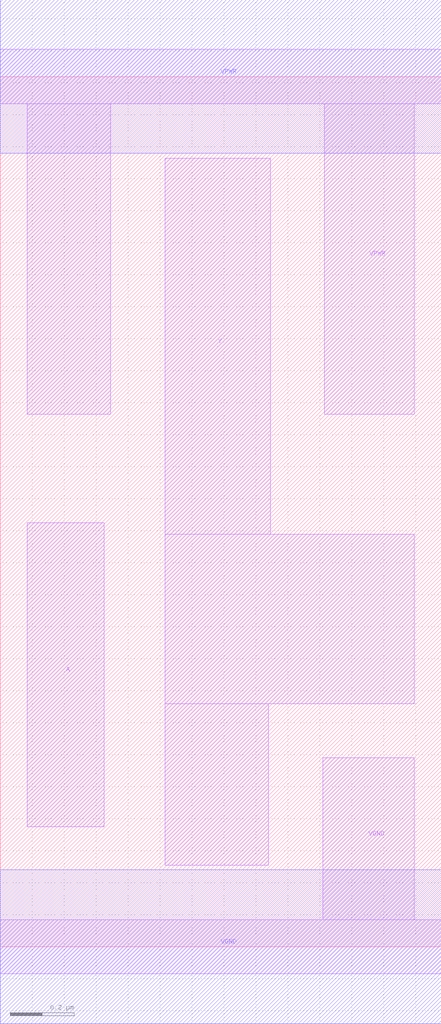
<source format=lef>
# Copyright 2020 The SkyWater PDK Authors
#
# Licensed under the Apache License, Version 2.0 (the "License");
# you may not use this file except in compliance with the License.
# You may obtain a copy of the License at
#
#     https://www.apache.org/licenses/LICENSE-2.0
#
# Unless required by applicable law or agreed to in writing, software
# distributed under the License is distributed on an "AS IS" BASIS,
# WITHOUT WARRANTIES OR CONDITIONS OF ANY KIND, either express or implied.
# See the License for the specific language governing permissions and
# limitations under the License.
#
# SPDX-License-Identifier: Apache-2.0

VERSION 5.5 ;
NAMESCASESENSITIVE ON ;
BUSBITCHARS "[]" ;
DIVIDERCHAR "/" ;
MACRO sky130_fd_sc_hd__clkinv_1
  CLASS CORE ;
  SOURCE USER ;
  ORIGIN  0.000000  0.000000 ;
  SIZE  1.380000 BY  2.720000 ;
  SYMMETRY X Y R90 ;
  SITE unithd ;
  PIN A
    ANTENNAGATEAREA  0.315000 ;
    DIRECTION INPUT ;
    USE SIGNAL ;
    PORT
      LAYER li1 ;
        RECT 0.085000 0.375000 0.325000 1.325000 ;
    END
  END A
  PIN Y
    ANTENNADIFFAREA  0.336000 ;
    DIRECTION OUTPUT ;
    USE SIGNAL ;
    PORT
      LAYER li1 ;
        RECT 0.515000 0.255000 0.840000 0.760000 ;
        RECT 0.515000 0.760000 1.295000 1.290000 ;
        RECT 0.515000 1.290000 0.845000 2.465000 ;
    END
  END Y
  PIN VGND
    DIRECTION INOUT ;
    SHAPE ABUTMENT ;
    USE GROUND ;
    PORT
      LAYER li1 ;
        RECT 0.000000 -0.085000 1.380000 0.085000 ;
        RECT 1.010000  0.085000 1.295000 0.590000 ;
    END
    PORT
      LAYER met1 ;
        RECT 0.000000 -0.240000 1.380000 0.240000 ;
    END
  END VGND
  PIN VNB
    DIRECTION INOUT ;
    USE GROUND ;
    PORT
    END
  END VNB
  PIN VPB
    DIRECTION INOUT ;
    USE POWER ;
    PORT
    END
  END VPB
  PIN VPWR
    DIRECTION INOUT ;
    SHAPE ABUTMENT ;
    USE POWER ;
    PORT
      LAYER li1 ;
        RECT 0.000000 2.635000 1.380000 2.805000 ;
        RECT 0.085000 1.665000 0.345000 2.635000 ;
        RECT 1.015000 1.665000 1.295000 2.635000 ;
    END
    PORT
      LAYER met1 ;
        RECT 0.000000 2.480000 1.380000 2.960000 ;
    END
  END VPWR
  OBS
  END
END sky130_fd_sc_hd__clkinv_1
END LIBRARY

</source>
